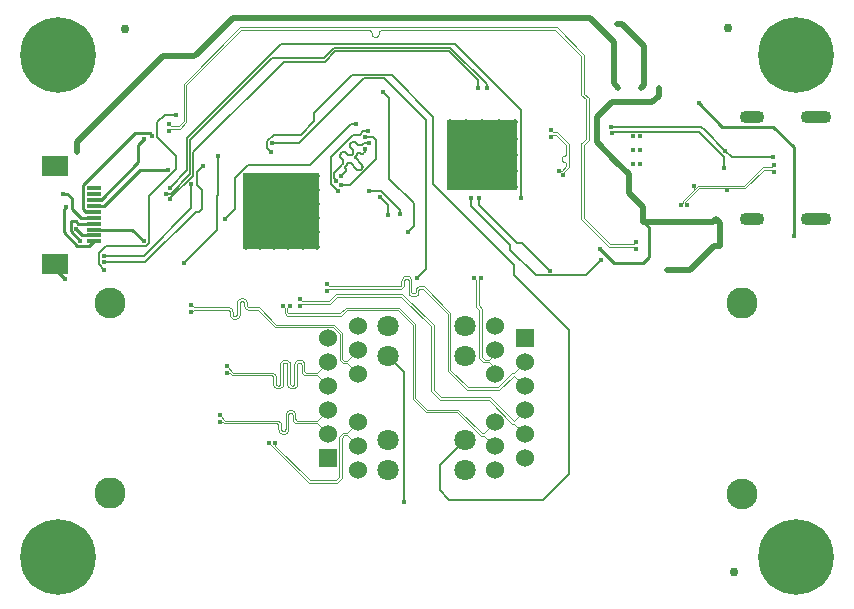
<source format=gbr>
G04 #@! TF.GenerationSoftware,KiCad,Pcbnew,5.99.0-unknown-r23941-4f651901*
G04 #@! TF.CreationDate,2020-11-30T00:39:53+01:00*
G04 #@! TF.ProjectId,whisperbounce,77686973-7065-4726-926f-756e63652e6b,rev?*
G04 #@! TF.SameCoordinates,Original*
G04 #@! TF.FileFunction,Copper,L4,Bot*
G04 #@! TF.FilePolarity,Positive*
%FSLAX46Y46*%
G04 Gerber Fmt 4.6, Leading zero omitted, Abs format (unit mm)*
G04 Created by KiCad (PCBNEW 5.99.0-unknown-r23941-4f651901) date 2020-11-30 00:39:53*
%MOMM*%
%LPD*%
G01*
G04 APERTURE LIST*
G04 #@! TA.AperFunction,ComponentPad*
%ADD10C,0.800000*%
G04 #@! TD*
G04 #@! TA.AperFunction,ComponentPad*
%ADD11C,6.400000*%
G04 #@! TD*
G04 #@! TA.AperFunction,ComponentPad*
%ADD12C,0.400000*%
G04 #@! TD*
G04 #@! TA.AperFunction,ComponentPad*
%ADD13C,0.500000*%
G04 #@! TD*
G04 #@! TA.AperFunction,SMDPad,CuDef*
%ADD14R,6.500000X6.500000*%
G04 #@! TD*
G04 #@! TA.AperFunction,SMDPad,CuDef*
%ADD15R,6.000000X6.000000*%
G04 #@! TD*
G04 #@! TA.AperFunction,ComponentPad*
%ADD16O,2.600000X1.100000*%
G04 #@! TD*
G04 #@! TA.AperFunction,ComponentPad*
%ADD17O,2.100000X1.100000*%
G04 #@! TD*
G04 #@! TA.AperFunction,ComponentPad*
%ADD18R,1.524000X1.524000*%
G04 #@! TD*
G04 #@! TA.AperFunction,ComponentPad*
%ADD19C,1.524000*%
G04 #@! TD*
G04 #@! TA.AperFunction,ComponentPad*
%ADD20C,1.800000*%
G04 #@! TD*
G04 #@! TA.AperFunction,ComponentPad*
%ADD21C,2.630000*%
G04 #@! TD*
G04 #@! TA.AperFunction,ComponentPad*
%ADD22C,2.610000*%
G04 #@! TD*
G04 #@! TA.AperFunction,SMDPad,CuDef*
%ADD23C,0.750000*%
G04 #@! TD*
G04 #@! TA.AperFunction,SMDPad,CuDef*
%ADD24R,1.300000X0.300000*%
G04 #@! TD*
G04 #@! TA.AperFunction,SMDPad,CuDef*
%ADD25R,2.200000X1.800000*%
G04 #@! TD*
G04 #@! TA.AperFunction,ViaPad*
%ADD26C,0.450000*%
G04 #@! TD*
G04 #@! TA.AperFunction,Conductor*
%ADD27C,0.250000*%
G04 #@! TD*
G04 #@! TA.AperFunction,Conductor*
%ADD28C,0.200000*%
G04 #@! TD*
G04 #@! TA.AperFunction,Conductor*
%ADD29C,0.500000*%
G04 #@! TD*
G04 #@! TA.AperFunction,Conductor*
%ADD30C,0.120000*%
G04 #@! TD*
G04 #@! TA.AperFunction,Conductor*
%ADD31C,0.150000*%
G04 #@! TD*
G04 #@! TA.AperFunction,Conductor*
%ADD32C,0.100000*%
G04 #@! TD*
G04 APERTURE END LIST*
D10*
G04 #@! TO.P,H4,1,1*
G04 #@! TO.N,Net-(H4-Pad1)*
X111350000Y-53750000D03*
X113750000Y-51350000D03*
X113750000Y-56150000D03*
X115447056Y-52052944D03*
X112052944Y-52052944D03*
X112052944Y-55447056D03*
X116150000Y-53750000D03*
X115447056Y-55447056D03*
D11*
X113750000Y-53750000D03*
G04 #@! TD*
D12*
G04 #@! TO.P,U2,31,EPAD*
G04 #@! TO.N,GND*
X162400000Y-60630000D03*
X163000000Y-63030000D03*
X163000000Y-61830000D03*
X163000000Y-60630000D03*
X162400000Y-61830000D03*
X162400000Y-63030000D03*
G04 #@! TD*
D13*
G04 #@! TO.P,U9,65,GND*
G04 #@! TO.N,GND*
X133250000Y-68800000D03*
X135650000Y-66400000D03*
X134450000Y-70000000D03*
X134450000Y-65200000D03*
X135650000Y-67600000D03*
X134450000Y-68800000D03*
X133250000Y-70000000D03*
X134450000Y-64000000D03*
X130850000Y-67600000D03*
X132050000Y-66400000D03*
X133250000Y-65200000D03*
X130850000Y-70000000D03*
X134450000Y-66400000D03*
X133250000Y-67600000D03*
X135650000Y-65200000D03*
X133250000Y-66400000D03*
X130850000Y-65200000D03*
X132050000Y-64000000D03*
X129650000Y-70000000D03*
X132050000Y-70000000D03*
X130850000Y-64000000D03*
X132050000Y-65200000D03*
D14*
X132650000Y-67000000D03*
D13*
X132050000Y-68800000D03*
X134450000Y-67600000D03*
X135650000Y-64000000D03*
X130850000Y-68800000D03*
X129650000Y-67600000D03*
X130850000Y-66400000D03*
X129650000Y-66400000D03*
X135650000Y-68800000D03*
X132050000Y-67600000D03*
X133250000Y-64000000D03*
X129650000Y-64000000D03*
X135650000Y-70000000D03*
X129650000Y-68800000D03*
X129650000Y-65200000D03*
G04 #@! TD*
G04 #@! TO.P,U6,65,GND*
G04 #@! TO.N,GND*
X151035000Y-60855000D03*
X146910000Y-62230000D03*
X146910000Y-63605000D03*
X148285000Y-64980000D03*
X152410000Y-59480000D03*
X152410000Y-64980000D03*
X152410000Y-60855000D03*
D15*
X149660000Y-62230000D03*
D13*
X146910000Y-59480000D03*
X151035000Y-62230000D03*
X146910000Y-64980000D03*
X149660000Y-64980000D03*
X148285000Y-60855000D03*
X152410000Y-63605000D03*
X148285000Y-59480000D03*
X151035000Y-64980000D03*
X148285000Y-62230000D03*
X149660000Y-63605000D03*
X148285000Y-63605000D03*
X149660000Y-62230000D03*
X149660000Y-59480000D03*
X151035000Y-59480000D03*
X152410000Y-62230000D03*
X151035000Y-63605000D03*
X146910000Y-60855000D03*
X149660000Y-60855000D03*
G04 #@! TD*
D10*
G04 #@! TO.P,H1,1,1*
G04 #@! TO.N,Net-(H1-Pad1)*
X173850000Y-53750000D03*
X177947056Y-55447056D03*
X176250000Y-51350000D03*
X174552944Y-55447056D03*
X178650000Y-53750000D03*
X177947056Y-52052944D03*
D11*
X176250000Y-53750000D03*
D10*
X174552944Y-52052944D03*
X176250000Y-56150000D03*
G04 #@! TD*
D16*
G04 #@! TO.P,J1,S1,SHIELD*
G04 #@! TO.N,GND*
X177890000Y-59060000D03*
D17*
X172530000Y-59060000D03*
X172530000Y-67700000D03*
D16*
X177890000Y-67700000D03*
G04 #@! TD*
D10*
G04 #@! TO.P,H3,1,1*
G04 #@! TO.N,Net-(H3-Pad1)*
X177947056Y-97947056D03*
X173850000Y-96250000D03*
X174552944Y-94552944D03*
D11*
X176250000Y-96250000D03*
D10*
X176250000Y-93850000D03*
X177947056Y-94552944D03*
X174552944Y-97947056D03*
X176250000Y-98650000D03*
X178650000Y-96250000D03*
G04 #@! TD*
D18*
G04 #@! TO.P,J3,1,MXCT3*
G04 #@! TO.N,Net-(C79-Pad2)*
X136590000Y-87900000D03*
D19*
G04 #@! TO.P,J3,2,MX3-*
G04 #@! TO.N,/ETH Switch/ETH0_C-*
X136590000Y-85868000D03*
G04 #@! TO.P,J3,3,MX3+*
G04 #@! TO.N,/ETH Switch/ETH0_C+*
X136590000Y-83836000D03*
G04 #@! TO.P,J3,4,MX2+*
G04 #@! TO.N,/ETH Switch/ETH0_B+*
X136590000Y-81804000D03*
G04 #@! TO.P,J3,5,MX2-*
G04 #@! TO.N,/ETH Switch/ETH0_B-*
X136590000Y-79772000D03*
G04 #@! TO.P,J3,6,MXCT2*
G04 #@! TO.N,Net-(C78-Pad2)*
X136590000Y-77740000D03*
G04 #@! TO.P,J3,7,MXCT4*
G04 #@! TO.N,Net-(C80-Pad2)*
X139130000Y-88916000D03*
G04 #@! TO.P,J3,8,MX4+*
G04 #@! TO.N,/ETH Switch/ETH0_D+*
X139130000Y-86884000D03*
G04 #@! TO.P,J3,9,MX4-*
G04 #@! TO.N,/ETH Switch/ETH0_D-*
X139130000Y-84852000D03*
G04 #@! TO.P,J3,10,MX1-*
G04 #@! TO.N,/ETH Switch/ETH0_A-*
X139130000Y-80788000D03*
G04 #@! TO.P,J3,11,MX1+*
G04 #@! TO.N,/ETH Switch/ETH0_A+*
X139130000Y-78756000D03*
G04 #@! TO.P,J3,12,MXCT1*
G04 #@! TO.N,Net-(C77-Pad2)*
X139130000Y-76724000D03*
D20*
G04 #@! TO.P,J3,13,LED2-*
G04 #@! TO.N,/ETH Switch/ETH0_LED1*
X141670000Y-88916000D03*
G04 #@! TO.P,J3,14,LED2+*
G04 #@! TO.N,Net-(J3-Pad14)*
X141670000Y-86376000D03*
G04 #@! TO.P,J3,15,LED1-*
G04 #@! TO.N,/ETH Switch/ETH0_LED0*
X141670000Y-79264000D03*
G04 #@! TO.P,J3,16,LED1+*
G04 #@! TO.N,Net-(J3-Pad16)*
X141670000Y-76724000D03*
D21*
G04 #@! TO.P,J3,SH*
G04 #@! TO.N,Net-(FB9-Pad2)*
X118175000Y-90884500D03*
D22*
X118175000Y-74755500D03*
G04 #@! TD*
D18*
G04 #@! TO.P,J4,1,MXCT3*
G04 #@! TO.N,Net-(C83-Pad2)*
X153240000Y-77770000D03*
D19*
G04 #@! TO.P,J4,2,MX3-*
G04 #@! TO.N,/ETH Switch/ETH1_C-*
X153240000Y-79802000D03*
G04 #@! TO.P,J4,3,MX3+*
G04 #@! TO.N,/ETH Switch/ETH1_C+*
X153240000Y-81834000D03*
G04 #@! TO.P,J4,4,MX2+*
G04 #@! TO.N,/ETH Switch/ETH1_B+*
X153240000Y-83866000D03*
G04 #@! TO.P,J4,5,MX2-*
G04 #@! TO.N,/ETH Switch/ETH1_B-*
X153240000Y-85898000D03*
G04 #@! TO.P,J4,6,MXCT2*
G04 #@! TO.N,Net-(C82-Pad2)*
X153240000Y-87930000D03*
G04 #@! TO.P,J4,7,MXCT4*
G04 #@! TO.N,Net-(C84-Pad2)*
X150700000Y-76754000D03*
G04 #@! TO.P,J4,8,MX4+*
G04 #@! TO.N,/ETH Switch/ETH1_D+*
X150700000Y-78786000D03*
G04 #@! TO.P,J4,9,MX4-*
G04 #@! TO.N,/ETH Switch/ETH1_D-*
X150700000Y-80818000D03*
G04 #@! TO.P,J4,10,MX1-*
G04 #@! TO.N,/ETH Switch/ETH1_A-*
X150700000Y-84882000D03*
G04 #@! TO.P,J4,11,MX1+*
G04 #@! TO.N,/ETH Switch/ETH1_A+*
X150700000Y-86914000D03*
G04 #@! TO.P,J4,12,MXCT1*
G04 #@! TO.N,Net-(C81-Pad2)*
X150700000Y-88946000D03*
D20*
G04 #@! TO.P,J4,13,LED2-*
G04 #@! TO.N,/ETH Switch/ETH1_LED1*
X148160000Y-76754000D03*
G04 #@! TO.P,J4,14,LED2+*
G04 #@! TO.N,Net-(J4-Pad14)*
X148160000Y-79294000D03*
G04 #@! TO.P,J4,15,LED1-*
G04 #@! TO.N,/ETH Switch/ETH1_LED0*
X148160000Y-86406000D03*
G04 #@! TO.P,J4,16,LED1+*
G04 #@! TO.N,Net-(J4-Pad16)*
X148160000Y-88946000D03*
D22*
G04 #@! TO.P,J4,SH*
G04 #@! TO.N,Net-(FB10-Pad2)*
X171655000Y-90914500D03*
D21*
X171655000Y-74785500D03*
G04 #@! TD*
D10*
G04 #@! TO.P,H2,1,1*
G04 #@! TO.N,Net-(H2-Pad1)*
X111350000Y-96250000D03*
X115447056Y-94552944D03*
X112052944Y-97947056D03*
X113750000Y-93850000D03*
X116150000Y-96250000D03*
X113750000Y-98650000D03*
X115447056Y-97947056D03*
D11*
X113750000Y-96250000D03*
D10*
X112052944Y-94552944D03*
G04 #@! TD*
D23*
G04 #@! TO.P,FID4,*
G04 #@! TO.N,*
X119370000Y-51530000D03*
G04 #@! TD*
G04 #@! TO.P,FID6,*
G04 #@! TO.N,*
X170450000Y-51500000D03*
G04 #@! TD*
D24*
G04 #@! TO.P,J2,1,Pin_1*
G04 #@! TO.N,+3V3*
X116750000Y-69550000D03*
G04 #@! TO.P,J2,2,Pin_2*
G04 #@! TO.N,/controller/TX*
X116750000Y-69050000D03*
G04 #@! TO.P,J2,3,Pin_3*
G04 #@! TO.N,GND*
X116750000Y-68550000D03*
G04 #@! TO.P,J2,4,Pin_4*
G04 #@! TO.N,/controller/RX*
X116750000Y-68050000D03*
G04 #@! TO.P,J2,5,Pin_5*
G04 #@! TO.N,/controller/RST*
X116750000Y-67550000D03*
G04 #@! TO.P,J2,6,Pin_6*
G04 #@! TO.N,/controller/SWD_CLK*
X116750000Y-67050000D03*
G04 #@! TO.P,J2,7,Pin_7*
G04 #@! TO.N,/controller/SWD_DIO*
X116750000Y-66550000D03*
G04 #@! TO.P,J2,8,Pin_8*
G04 #@! TO.N,/controller/SWD_SWO*
X116750000Y-66050000D03*
G04 #@! TO.P,J2,9*
G04 #@! TO.N,N/C*
X116750000Y-65550000D03*
G04 #@! TO.P,J2,10*
X116750000Y-65050000D03*
D25*
G04 #@! TO.P,J2,MP,MountPin*
G04 #@! TO.N,GND*
X113500000Y-63150000D03*
X113500000Y-71450000D03*
G04 #@! TD*
D23*
G04 #@! TO.P,FID5,*
G04 #@! TO.N,*
X170970000Y-97510000D03*
G04 #@! TD*
D26*
G04 #@! TO.N,GND*
X114350000Y-72750000D03*
X113095000Y-63675000D03*
X120995000Y-69525000D03*
G04 #@! TO.N,+5V*
X167970000Y-57840000D03*
X176010000Y-69120000D03*
G04 #@! TO.N,+3V3*
X163274093Y-67891593D03*
X169820000Y-69930000D03*
X161490000Y-51150000D03*
X115350000Y-61950000D03*
X161020000Y-62830000D03*
X164590000Y-56570000D03*
X143390000Y-68730000D03*
X161060000Y-51160000D03*
X159650000Y-70175000D03*
X163140000Y-56560000D03*
X162062677Y-65446545D03*
X161180000Y-56560000D03*
X125500000Y-53650000D03*
X165320000Y-71990000D03*
X169460000Y-67640000D03*
X114450000Y-66650000D03*
X141244202Y-56888546D03*
G04 #@! TO.N,/USB3_RX-*
X155460000Y-60695000D03*
X156135545Y-63585545D03*
G04 #@! TO.N,/USB3_RX+*
X156524455Y-63974455D03*
X155460000Y-60145000D03*
G04 #@! TO.N,/controller/RST*
X114154526Y-65500000D03*
G04 #@! TO.N,/~ETH_RST*
X123720000Y-58820000D03*
X117630000Y-71960000D03*
G04 #@! TO.N,/UFP_USB2_D-*
X174369721Y-63655000D03*
X167009224Y-66495882D03*
X170370401Y-65240363D03*
G04 #@! TO.N,/UFP_USB2_D+*
X167615144Y-64905946D03*
X166459224Y-66495882D03*
X174369721Y-63105000D03*
G04 #@! TO.N,/USB-C/CC2*
X170250000Y-61860000D03*
X174270000Y-62390000D03*
X160580000Y-59830000D03*
G04 #@! TO.N,/USB-C/CC1*
X160601982Y-60379563D03*
X170160000Y-63370000D03*
G04 #@! TO.N,/controller/SWD_SWO*
X121055343Y-60855343D03*
G04 #@! TO.N,/controller/SWD_DIO*
X123050000Y-63500000D03*
G04 #@! TO.N,/controller/SWD_CLK*
X121700000Y-60600000D03*
G04 #@! TO.N,/controller/RX*
X115600000Y-69500000D03*
G04 #@! TO.N,/controller/TX*
X115250000Y-68500000D03*
G04 #@! TO.N,/ETH Switch/ETH0_C-*
X127440000Y-84850000D03*
G04 #@! TO.N,/ETH Switch/ETH0_C+*
X127440000Y-84270000D03*
G04 #@! TO.N,/ETH Switch/ETH0_B+*
X128010000Y-80680000D03*
G04 #@! TO.N,/ETH Switch/ETH0_B-*
X128010000Y-80100000D03*
G04 #@! TO.N,/ETH Switch/ETH0_D+*
X131560000Y-86590000D03*
G04 #@! TO.N,/ETH Switch/ETH0_D-*
X132140000Y-86590000D03*
G04 #@! TO.N,/ETH Switch/ETH0_A-*
X125040000Y-75530000D03*
G04 #@! TO.N,/ETH Switch/ETH0_A+*
X125040000Y-74950000D03*
G04 #@! TO.N,/ETH Switch/ETH0_LED0*
X143020000Y-91600000D03*
G04 #@! TO.N,/ETH Switch/ETH1_C-*
X136490000Y-73170000D03*
G04 #@! TO.N,/ETH Switch/ETH1_C+*
X136490000Y-73750000D03*
G04 #@! TO.N,/ETH Switch/ETH1_B+*
X134200000Y-74410000D03*
G04 #@! TO.N,/ETH Switch/ETH1_B-*
X134200000Y-74990000D03*
G04 #@! TO.N,/ETH Switch/ETH1_D+*
X149520000Y-72680000D03*
G04 #@! TO.N,/ETH Switch/ETH1_D-*
X148940000Y-72680000D03*
G04 #@! TO.N,/ETH Switch/ETH1_A-*
X133340000Y-75010000D03*
G04 #@! TO.N,/ETH Switch/ETH1_A+*
X132760000Y-75010000D03*
G04 #@! TO.N,/ETH Switch/ETH1_LED1*
X144140000Y-72630000D03*
X131850000Y-61260000D03*
G04 #@! TO.N,/ETH Switch/ETH1_LED0*
X131783800Y-61943800D03*
G04 #@! TO.N,/RXD0*
X140082843Y-65282843D03*
X142675000Y-67200000D03*
G04 #@! TO.N,/RXD1*
X141004998Y-65800000D03*
X141700000Y-67305002D03*
G04 #@! TO.N,/TXD3*
X140000000Y-60240000D03*
X137420000Y-65270000D03*
G04 #@! TO.N,/TXD1*
X140060000Y-61240000D03*
X137298647Y-64398502D03*
G04 #@! TO.N,/TXD2*
X137686235Y-64788729D03*
X139690000Y-60730000D03*
G04 #@! TO.N,/TXD0*
X137690000Y-63990000D03*
X139690000Y-61750000D03*
G04 #@! TO.N,/uC_USB_D+*
X123100000Y-60175000D03*
X162650000Y-70195000D03*
G04 #@! TO.N,/uC_USB_D-*
X123100000Y-59625000D03*
X162650000Y-69645000D03*
G04 #@! TO.N,/USB ETH/EEPROM_CS*
X148725000Y-65900000D03*
X159750000Y-71125000D03*
G04 #@! TO.N,Net-(U5-Pad3)*
X149400000Y-65900000D03*
X155425000Y-72025000D03*
G04 #@! TO.N,/LAN_MDC*
X149310000Y-56530000D03*
X123240000Y-65980000D03*
G04 #@! TO.N,/LAN_MDIO*
X150030000Y-56540000D03*
X122920000Y-65500000D03*
G04 #@! TO.N,/~LAN_PHY_INT*
X123180000Y-65010000D03*
X152900000Y-65910000D03*
G04 #@! TO.N,/ETH_SDO*
X124419989Y-71390000D03*
X127306801Y-62296801D03*
G04 #@! TO.N,/ETH_SCL*
X117600452Y-70779548D03*
X125015617Y-64685638D03*
G04 #@! TO.N,/~ETH_SCS*
X126019675Y-63191062D03*
X117640000Y-71340000D03*
G04 #@! TO.N,/CLK_25M*
X138960000Y-59600000D03*
X127860000Y-67690000D03*
G04 #@! TD*
D27*
G04 #@! TO.N,GND*
X116750000Y-68550000D02*
X120020000Y-68550000D01*
X120020000Y-68550000D02*
X120995000Y-69525000D01*
X113500000Y-71450000D02*
X113500000Y-71900000D01*
X113500000Y-71900000D02*
X114350000Y-72750000D01*
G04 #@! TO.N,+5V*
X167970000Y-57840000D02*
X169965010Y-59835010D01*
X169965010Y-59835010D02*
X174291012Y-59835010D01*
X176010000Y-61553998D02*
X176010000Y-69120000D01*
X174291012Y-59835010D02*
X176010000Y-61553998D01*
D28*
G04 #@! TO.N,+3V3*
X141774999Y-57419343D02*
X141244202Y-56888546D01*
D27*
X163750000Y-68367500D02*
X163274093Y-67891593D01*
D28*
X143390000Y-68730000D02*
X143875001Y-68244999D01*
D29*
X159350000Y-59020000D02*
X159350000Y-61160000D01*
D27*
X114225001Y-68791003D02*
X114225001Y-66874999D01*
D29*
X125500000Y-53650000D02*
X125275001Y-53874999D01*
X163140000Y-56560000D02*
X163364999Y-56335001D01*
D27*
X114225001Y-66874999D02*
X114450000Y-66650000D01*
D28*
X143875001Y-68244999D02*
X143875001Y-66335001D01*
D29*
X169268998Y-69930000D02*
X169820000Y-69930000D01*
X162062677Y-65446545D02*
X162062677Y-63872677D01*
X161180000Y-56560000D02*
X160804999Y-56184999D01*
X165320000Y-71990000D02*
X167208998Y-71990000D01*
X161480000Y-51160000D02*
X161490000Y-51150000D01*
X125275001Y-53874999D02*
X122643999Y-53874999D01*
X169820000Y-68000000D02*
X169460000Y-67640000D01*
D27*
X163750000Y-70875000D02*
X163750000Y-68367500D01*
D29*
X128550000Y-50600000D02*
X125500000Y-53650000D01*
X162062677Y-63872677D02*
X161020000Y-62830000D01*
X160804999Y-56184999D02*
X160804999Y-53379999D01*
X164064999Y-57735001D02*
X164590000Y-57210000D01*
X115350000Y-61168998D02*
X115350000Y-61950000D01*
X161020000Y-62830000D02*
X159350000Y-61160000D01*
X122643999Y-53874999D02*
X115350000Y-61168998D01*
D27*
X115383999Y-69950001D02*
X114225001Y-68791003D01*
D29*
X164590000Y-57210000D02*
X164590000Y-56570000D01*
X163274093Y-67891593D02*
X163274093Y-66657961D01*
X163364999Y-53024999D02*
X161490000Y-51150000D01*
D28*
X143875001Y-66335001D02*
X141774999Y-64234999D01*
D27*
X160850000Y-71375000D02*
X163125000Y-71375000D01*
D29*
X160804999Y-53379999D02*
X160804999Y-52654999D01*
D28*
X141774999Y-64234999D02*
X141774999Y-57419343D01*
D29*
X163274093Y-66657961D02*
X162062677Y-65446545D01*
X169820000Y-69930000D02*
X169820000Y-68000000D01*
X161060000Y-51160000D02*
X161480000Y-51160000D01*
X160634999Y-57735001D02*
X159350000Y-59020000D01*
X160804999Y-52654999D02*
X158750000Y-50600000D01*
X169208407Y-67891593D02*
X169460000Y-67640000D01*
X158750000Y-50600000D02*
X128550000Y-50600000D01*
X167208998Y-71990000D02*
X169268998Y-69930000D01*
D27*
X159650000Y-70175000D02*
X160850000Y-71375000D01*
D29*
X163274093Y-67891593D02*
X169208407Y-67891593D01*
D27*
X163250000Y-71375000D02*
X163750000Y-70875000D01*
X116750000Y-69550000D02*
X116349999Y-69950001D01*
D29*
X163364999Y-56335001D02*
X163364999Y-53024999D01*
X164064999Y-57735001D02*
X160634999Y-57735001D01*
D27*
X116349999Y-69950001D02*
X115383999Y-69950001D01*
X163125000Y-71375000D02*
X163250000Y-71375000D01*
D30*
G04 #@! TO.N,/USB3_RX-*
X156381488Y-62505000D02*
X156386484Y-62460661D01*
X156494291Y-62325476D02*
X156536406Y-62310739D01*
X156780000Y-62106488D02*
X156780000Y-61425564D01*
X156760268Y-62918546D02*
X156736529Y-62880765D01*
X156625083Y-62810739D02*
X156536406Y-62800748D01*
X156368891Y-63585545D02*
X156780000Y-63174436D01*
X156424960Y-62380765D02*
X156456510Y-62349215D01*
X156401221Y-62418546D02*
X156424960Y-62380765D01*
X156536406Y-62310739D02*
X156625083Y-62300748D01*
X156736529Y-62230722D02*
X156760268Y-62192941D01*
X156780000Y-63005000D02*
X156775005Y-62960661D01*
X156536406Y-62800748D02*
X156494291Y-62786011D01*
X156667198Y-62286011D02*
X156704979Y-62262272D01*
X156780000Y-63174436D02*
X156780000Y-63005000D01*
X156135545Y-63585545D02*
X156368891Y-63585545D01*
X156456510Y-62349215D02*
X156494291Y-62325476D01*
X156401221Y-62692941D02*
X156386484Y-62650826D01*
X156775005Y-62150826D02*
X156780000Y-62106488D01*
X156736529Y-62880765D02*
X156704979Y-62849215D01*
X155884436Y-60530000D02*
X155625000Y-60530000D01*
X156667198Y-62825476D02*
X156625083Y-62810739D01*
X155625000Y-60530000D02*
X155460000Y-60695000D01*
X156386484Y-62650826D02*
X156381488Y-62606488D01*
X156760268Y-62192941D02*
X156775005Y-62150826D01*
X156494291Y-62786011D02*
X156456510Y-62762272D01*
X156780000Y-61425564D02*
X155884436Y-60530000D01*
X156381488Y-62606488D02*
X156381488Y-62505000D01*
X156456510Y-62762272D02*
X156424960Y-62730722D01*
X156424960Y-62730722D02*
X156401221Y-62692941D01*
X156704979Y-62262272D02*
X156736529Y-62230722D01*
X156625083Y-62300748D02*
X156667198Y-62286011D01*
X156775005Y-62960661D02*
X156760268Y-62918546D01*
X156386484Y-62460661D02*
X156401221Y-62418546D01*
X156704979Y-62849215D02*
X156667198Y-62825476D01*
G04 #@! TO.N,/USB3_RX+*
X155625000Y-60310000D02*
X155460000Y-60145000D01*
X156524455Y-63741109D02*
X157000000Y-63265564D01*
X157000000Y-61334436D02*
X155975564Y-60310000D01*
X155975564Y-60310000D02*
X155625000Y-60310000D01*
X156524455Y-63974455D02*
X156524455Y-63741109D01*
X157000000Y-63265564D02*
X157000000Y-61334436D01*
D27*
G04 #@! TO.N,/controller/RST*
X116750000Y-67550000D02*
X115650000Y-67550000D01*
X115650000Y-67550000D02*
X114900001Y-66800001D01*
X114900001Y-65863999D02*
X114536002Y-65500000D01*
X114900001Y-66800001D02*
X114900001Y-65863999D01*
X114536002Y-65500000D02*
X114154526Y-65500000D01*
D28*
G04 #@! TO.N,/~ETH_RST*
X117175451Y-71505451D02*
X117175451Y-70575547D01*
X122760000Y-58820000D02*
X123720000Y-58820000D01*
X123770001Y-62300001D02*
X122150000Y-60680000D01*
X121474999Y-65704003D02*
X123770001Y-63409001D01*
X121474999Y-69674003D02*
X121474999Y-65704003D01*
X122150000Y-59430000D02*
X122760000Y-58820000D01*
X117800997Y-69950001D02*
X121199001Y-69950001D01*
X122150000Y-60680000D02*
X122150000Y-59430000D01*
X117175451Y-70575547D02*
X117800997Y-69950001D01*
X121199001Y-69950001D02*
X121474999Y-69674003D01*
X117630000Y-71960000D02*
X117175451Y-71505451D01*
X123770001Y-63409001D02*
X123770001Y-62300001D01*
D30*
G04 #@! TO.N,/UFP_USB2_D-*
X171935564Y-65070000D02*
X170240000Y-65070000D01*
X170370401Y-65240363D02*
X170240000Y-65109962D01*
X167995564Y-65070000D02*
X166844224Y-66221340D01*
X173515564Y-63490000D02*
X171935564Y-65070000D01*
X170240000Y-65109962D02*
X170240000Y-65070000D01*
X166844224Y-66330882D02*
X167009224Y-66495882D01*
X170240000Y-65070000D02*
X167995564Y-65070000D01*
X166844224Y-66221340D02*
X166844224Y-66330882D01*
X174204721Y-63490000D02*
X173515564Y-63490000D01*
X174369721Y-63655000D02*
X174204721Y-63490000D01*
G04 #@! TO.N,/UFP_USB2_D+*
X166624224Y-66330882D02*
X166459224Y-66495882D01*
X167615144Y-64905946D02*
X167615144Y-65085144D01*
X173424436Y-63270000D02*
X171844436Y-64850000D01*
X174369721Y-63105000D02*
X174204721Y-63270000D01*
X167904436Y-64850000D02*
X167642218Y-65112218D01*
X166624224Y-66130212D02*
X166624224Y-66330882D01*
X167642218Y-65112218D02*
X166624224Y-66130212D01*
X174204721Y-63270000D02*
X173424436Y-63270000D01*
X167615144Y-65085144D02*
X167642218Y-65112218D01*
X171844436Y-64850000D02*
X167904436Y-64850000D01*
D31*
G04 #@! TO.N,/USB-C/CC2*
X170250000Y-61860000D02*
X168480000Y-60090000D01*
X168220000Y-59830000D02*
X160580000Y-59830000D01*
X170780000Y-62390000D02*
X170250000Y-61860000D01*
X174270000Y-62390000D02*
X170780000Y-62390000D01*
X168480000Y-60090000D02*
X168220000Y-59830000D01*
G04 #@! TO.N,/USB-C/CC1*
X168130010Y-60340010D02*
X168044999Y-60254999D01*
X168044999Y-60254999D02*
X160726546Y-60254999D01*
X170160000Y-62370000D02*
X168130010Y-60340010D01*
X170160000Y-63370000D02*
X170160000Y-62370000D01*
X160726546Y-60254999D02*
X160601982Y-60379563D01*
D27*
G04 #@! TO.N,/controller/SWD_SWO*
X120550000Y-61360686D02*
X121055343Y-60855343D01*
X116750000Y-66050000D02*
X117368214Y-66050000D01*
X120550000Y-62868214D02*
X120550000Y-61360686D01*
X117368214Y-66050000D02*
X120550000Y-62868214D01*
G04 #@! TO.N,/controller/SWD_DIO*
X117600000Y-66550000D02*
X120650000Y-63500000D01*
X120650000Y-63500000D02*
X123050000Y-63500000D01*
X116750000Y-66550000D02*
X117600000Y-66550000D01*
G04 #@! TO.N,/controller/SWD_CLK*
X116750000Y-67050000D02*
X116131786Y-67050000D01*
X116131786Y-67050000D02*
X115874990Y-66793204D01*
X121505342Y-60405342D02*
X121700000Y-60600000D01*
X115874990Y-66793204D02*
X115874990Y-64806796D01*
X120276444Y-60405342D02*
X121505342Y-60405342D01*
X115874990Y-64806796D02*
X120276444Y-60405342D01*
G04 #@! TO.N,/controller/RX*
X114799999Y-67850001D02*
X115266003Y-67850001D01*
X114799999Y-68699999D02*
X114799999Y-67850001D01*
X115266003Y-67850001D02*
X115466002Y-68050000D01*
X115600000Y-69500000D02*
X114799999Y-68699999D01*
X115466002Y-68050000D02*
X116750000Y-68050000D01*
G04 #@! TO.N,/controller/TX*
X115250000Y-68500000D02*
X115800000Y-69050000D01*
X115800000Y-69050000D02*
X116750000Y-69050000D01*
D32*
G04 #@! TO.N,/ETH Switch/ETH0_C-*
X133222196Y-85549341D02*
X133193276Y-85631988D01*
X132402000Y-85152000D02*
X132397361Y-85110834D01*
X136590000Y-85868000D02*
X135689000Y-84967000D01*
X133084777Y-85768042D02*
X133010637Y-85814627D01*
X133993019Y-84967000D02*
X133906009Y-84957196D01*
X132840980Y-85853350D02*
X132793019Y-85853350D01*
X133146691Y-85706128D02*
X133084777Y-85768042D01*
X132440723Y-85631988D02*
X132411803Y-85549341D01*
X133336731Y-84098970D02*
X133301654Y-84121011D01*
X133417000Y-84080650D02*
X133375833Y-84085288D01*
X133532345Y-84121011D02*
X133497268Y-84098970D01*
X132927990Y-85843547D02*
X132840980Y-85853350D01*
X132383679Y-85071732D02*
X132361638Y-85036655D01*
X133823362Y-84928276D02*
X133749222Y-84881691D01*
X133236638Y-84224483D02*
X133232000Y-84265650D01*
X132549222Y-85768042D02*
X132487308Y-85706128D01*
X133561638Y-84150304D02*
X133532345Y-84121011D01*
X132258166Y-84971639D02*
X132217000Y-84967000D01*
X133602000Y-84575980D02*
X133602000Y-84265650D01*
X132297268Y-84985321D02*
X132258166Y-84971639D01*
X133583679Y-84185381D02*
X133561638Y-84150304D01*
X127811730Y-84967000D02*
X127694730Y-84850000D01*
X133375833Y-84085288D02*
X133336731Y-84098970D01*
X132217000Y-84967000D02*
X127811730Y-84967000D01*
X133193276Y-85631988D02*
X133146691Y-85706128D01*
X133749222Y-84881691D02*
X133687308Y-84819777D01*
X133232000Y-85462331D02*
X133222196Y-85549341D01*
X132332345Y-85007362D02*
X132297268Y-84985321D01*
X133906009Y-84957196D02*
X133823362Y-84928276D01*
X135689000Y-84967000D02*
X133993019Y-84967000D01*
X132706009Y-85843547D02*
X132623362Y-85814627D01*
X132793019Y-85853350D02*
X132706009Y-85843547D01*
X132487308Y-85706128D02*
X132440723Y-85631988D01*
X133301654Y-84121011D02*
X133272361Y-84150304D01*
X132397361Y-85110834D02*
X132383679Y-85071732D01*
X132411803Y-85549341D02*
X132402000Y-85462331D01*
X133232000Y-84265650D02*
X133232000Y-85462331D01*
X133250320Y-84185381D02*
X133236638Y-84224483D01*
X132361638Y-85036655D02*
X132332345Y-85007362D01*
X133687308Y-84819777D02*
X133640723Y-84745637D01*
X132623362Y-85814627D02*
X132549222Y-85768042D01*
X133597361Y-84224483D02*
X133583679Y-84185381D01*
X133602000Y-84265650D02*
X133597361Y-84224483D01*
X133497268Y-84098970D02*
X133458166Y-84085288D01*
X132402000Y-85462331D02*
X132402000Y-85152000D01*
X133611803Y-84662990D02*
X133602000Y-84575980D01*
X133272361Y-84150304D02*
X133250320Y-84185381D01*
X133010637Y-85814627D02*
X132927990Y-85843547D01*
X133458166Y-84085288D02*
X133417000Y-84080650D01*
X133640723Y-84745637D02*
X133611803Y-84662990D01*
X127694730Y-84850000D02*
X127440000Y-84850000D01*
G04 #@! TO.N,/ETH Switch/ETH0_C+*
X133872361Y-84667345D02*
X133850320Y-84632268D01*
X133002000Y-85438350D02*
X132997361Y-85479517D01*
X132546691Y-84884223D02*
X132484777Y-84822309D01*
X133087308Y-83997872D02*
X133040723Y-84072012D01*
X133793276Y-84072012D02*
X133746691Y-83997872D01*
X132410637Y-84775724D02*
X132327990Y-84746804D01*
X133040723Y-84072012D02*
X133011803Y-84154659D01*
X133684777Y-83935958D02*
X133610637Y-83889373D01*
X133832000Y-84241669D02*
X133822196Y-84154659D01*
X132997361Y-85479517D02*
X132983679Y-85518619D01*
X134017000Y-84737000D02*
X133975833Y-84732361D01*
X133011803Y-84154659D02*
X133002000Y-84241669D01*
X132327990Y-84746804D02*
X132240980Y-84737000D01*
X136590000Y-83836000D02*
X135689000Y-84737000D01*
X132983679Y-85518619D02*
X132961638Y-85553696D01*
X133746691Y-83997872D02*
X133684777Y-83935958D01*
X133901654Y-84696638D02*
X133872361Y-84667345D01*
X132932345Y-85582989D02*
X132897268Y-85605030D01*
X132240980Y-84737000D02*
X127907000Y-84737000D01*
X132817000Y-85623350D02*
X132775833Y-85618712D01*
X132622196Y-85041010D02*
X132593276Y-84958363D01*
X133836638Y-84593166D02*
X133832000Y-84552000D01*
X133975833Y-84732361D02*
X133936731Y-84718679D01*
X135689000Y-84737000D02*
X134017000Y-84737000D01*
X133610637Y-83889373D02*
X133527990Y-83860453D01*
X132736731Y-85605030D02*
X132701654Y-85582989D01*
X132897268Y-85605030D02*
X132858166Y-85618712D01*
X133850320Y-84632268D02*
X133836638Y-84593166D01*
X132632000Y-85128020D02*
X132622196Y-85041010D01*
X127907000Y-84737000D02*
X127440000Y-84270000D01*
X133223362Y-83889373D02*
X133149222Y-83935958D01*
X133822196Y-84154659D02*
X133793276Y-84072012D01*
X133527990Y-83860453D02*
X133440980Y-83850650D01*
X133936731Y-84718679D02*
X133901654Y-84696638D01*
X132636638Y-85479517D02*
X132632000Y-85438350D01*
X133306009Y-83860453D02*
X133223362Y-83889373D01*
X133393019Y-83850650D02*
X133306009Y-83860453D01*
X132650320Y-85518619D02*
X132636638Y-85479517D01*
X132672361Y-85553696D02*
X132650320Y-85518619D01*
X133149222Y-83935958D02*
X133087308Y-83997872D01*
X133002000Y-84241669D02*
X133002000Y-85438350D01*
X132961638Y-85553696D02*
X132932345Y-85582989D01*
X133832000Y-84552000D02*
X133832000Y-84241669D01*
X133440980Y-83850650D02*
X133393019Y-83850650D01*
X132593276Y-84958363D02*
X132546691Y-84884223D01*
X132858166Y-85618712D02*
X132817000Y-85623350D01*
X132632000Y-85438350D02*
X132632000Y-85128020D01*
X132484777Y-84822309D02*
X132410637Y-84775724D01*
X132701654Y-85582989D02*
X132672361Y-85553696D01*
X132775833Y-85618712D02*
X132736731Y-85605030D01*
G04 #@! TO.N,/ETH Switch/ETH0_B+*
X134006320Y-79918309D02*
X133992638Y-79957411D01*
X132349019Y-81992422D02*
X132262009Y-81982619D01*
X133988000Y-79998578D02*
X133988000Y-81601403D01*
X134579362Y-80864276D02*
X134505222Y-80817691D01*
X133596980Y-81992422D02*
X133549019Y-81992422D01*
X132749276Y-81771060D02*
X132702691Y-81845200D01*
X134358000Y-80511980D02*
X134358000Y-79998578D01*
X133153361Y-79957411D02*
X133139679Y-79918309D01*
X134214166Y-79818216D02*
X134173000Y-79813578D01*
X132043308Y-81845200D02*
X131996723Y-81771060D01*
X132828361Y-79883232D02*
X132806320Y-79918309D01*
X133196723Y-81771060D02*
X133167803Y-81688413D01*
X131773000Y-80903000D02*
X128487730Y-80903000D01*
X133088345Y-79853939D02*
X133053268Y-79831898D01*
X132483990Y-81982619D02*
X132396980Y-81992422D01*
X134131833Y-79818216D02*
X134092731Y-79831898D01*
X131917638Y-80972655D02*
X131888345Y-80943362D01*
X134505222Y-80817691D02*
X134443308Y-80755777D01*
X133992638Y-79957411D02*
X133988000Y-79998578D01*
X131939679Y-81007732D02*
X131917638Y-80972655D01*
X134339679Y-79918309D02*
X134317638Y-79883232D01*
X133139679Y-79918309D02*
X133117638Y-79883232D01*
X132788000Y-81601403D02*
X132778196Y-81688413D01*
X134288345Y-79853939D02*
X134253268Y-79831898D01*
X134443308Y-80755777D02*
X134396723Y-80681637D01*
X134749019Y-80903000D02*
X134662009Y-80893196D01*
X131996723Y-81771060D02*
X131967803Y-81688413D01*
X133902691Y-81845200D02*
X133840777Y-81907114D01*
X133988000Y-81601403D02*
X133978196Y-81688413D01*
X133840777Y-81907114D02*
X133766637Y-81953699D01*
X132179362Y-81953699D02*
X132105222Y-81907114D01*
X134367803Y-80598990D02*
X134358000Y-80511980D01*
X134396723Y-80681637D02*
X134367803Y-80598990D01*
X133305222Y-81907114D02*
X133243308Y-81845200D01*
X128487730Y-80903000D02*
X128264730Y-80680000D01*
X132788000Y-79998578D02*
X132788000Y-81601403D01*
X131888345Y-80943362D02*
X131853268Y-80921321D01*
X131814166Y-80907639D02*
X131773000Y-80903000D01*
X132566637Y-81953699D02*
X132483990Y-81982619D01*
X132105222Y-81907114D02*
X132043308Y-81845200D01*
X134353361Y-79957411D02*
X134339679Y-79918309D01*
X134317638Y-79883232D02*
X134288345Y-79853939D01*
X133117638Y-79883232D02*
X133088345Y-79853939D01*
X134092731Y-79831898D02*
X134057654Y-79853939D01*
X132931833Y-79818216D02*
X132892731Y-79831898D01*
X133549019Y-81992422D02*
X133462009Y-81982619D01*
X132857654Y-79853939D02*
X132828361Y-79883232D01*
X133158000Y-79998578D02*
X133153361Y-79957411D01*
X133462009Y-81982619D02*
X133379362Y-81953699D01*
X128264730Y-80680000D02*
X128010000Y-80680000D01*
X133014166Y-79818216D02*
X132973000Y-79813578D01*
X134057654Y-79853939D02*
X134028361Y-79883232D01*
X132806320Y-79918309D02*
X132792638Y-79957411D01*
X133243308Y-81845200D02*
X133196723Y-81771060D01*
X131958000Y-81601403D02*
X131958000Y-81088000D01*
X134173000Y-79813578D02*
X134131833Y-79818216D01*
X132702691Y-81845200D02*
X132640777Y-81907114D01*
X133978196Y-81688413D02*
X133949276Y-81771060D01*
X136590000Y-81804000D02*
X135689000Y-80903000D01*
X132396980Y-81992422D02*
X132349019Y-81992422D01*
X132262009Y-81982619D02*
X132179362Y-81953699D01*
X134253268Y-79831898D02*
X134214166Y-79818216D01*
X134662009Y-80893196D02*
X134579362Y-80864276D01*
X133949276Y-81771060D02*
X133902691Y-81845200D01*
X132973000Y-79813578D02*
X132931833Y-79818216D01*
X132640777Y-81907114D02*
X132566637Y-81953699D01*
X133158000Y-81601403D02*
X133158000Y-79998578D01*
X132778196Y-81688413D02*
X132749276Y-81771060D01*
X134028361Y-79883232D02*
X134006320Y-79918309D01*
X135689000Y-80903000D02*
X134749019Y-80903000D01*
X134358000Y-79998578D02*
X134353361Y-79957411D01*
X132792638Y-79957411D02*
X132788000Y-79998578D01*
X133053268Y-79831898D02*
X133014166Y-79818216D01*
X131953361Y-81046834D02*
X131939679Y-81007732D01*
X133766637Y-81953699D02*
X133683990Y-81982619D01*
X133167803Y-81688413D02*
X133158000Y-81601403D01*
X131853268Y-80921321D02*
X131814166Y-80907639D01*
X133683990Y-81982619D02*
X133596980Y-81992422D01*
X131958000Y-81088000D02*
X131953361Y-81046834D01*
X132892731Y-79831898D02*
X132857654Y-79853939D01*
X131967803Y-81688413D02*
X131958000Y-81601403D01*
X133379362Y-81953699D02*
X133305222Y-81907114D01*
G04 #@! TO.N,/ETH Switch/ETH0_B-*
X133392638Y-81618589D02*
X133388000Y-81577422D01*
X133388000Y-79974597D02*
X133378196Y-79887587D01*
X134440777Y-79668886D02*
X134366637Y-79622301D01*
X133240777Y-79668886D02*
X133166637Y-79622301D01*
X132517638Y-81692768D02*
X132488345Y-81722061D01*
X132596723Y-79804940D02*
X132567803Y-79887587D01*
X132558000Y-79974597D02*
X132558000Y-81577422D01*
X132949019Y-79583578D02*
X132862009Y-79593381D01*
X133349276Y-79804940D02*
X133302691Y-79730800D01*
X132257654Y-81722061D02*
X132228361Y-81692768D01*
X136590000Y-79772000D02*
X135689000Y-80673000D01*
X128583000Y-80673000D02*
X128010000Y-80100000D01*
X131796980Y-80673000D02*
X128583000Y-80673000D01*
X132558000Y-81577422D02*
X132553361Y-81618589D01*
X132040777Y-80758309D02*
X131966637Y-80711724D01*
X133614166Y-81757784D02*
X133573000Y-81762422D01*
X134502691Y-79730800D02*
X134440777Y-79668886D01*
X134606320Y-80568268D02*
X134592638Y-80529166D01*
X133653268Y-81744102D02*
X133614166Y-81757784D01*
X133753361Y-81618589D02*
X133739679Y-81657691D01*
X133905222Y-79668886D02*
X133843308Y-79730800D01*
X133758000Y-81577422D02*
X133753361Y-81618589D01*
X134549276Y-79804940D02*
X134502691Y-79730800D01*
X132373000Y-81762422D02*
X132331833Y-81757784D01*
X133492731Y-81744102D02*
X133457654Y-81722061D01*
X133531833Y-81757784D02*
X133492731Y-81744102D01*
X134692731Y-80654679D02*
X134657654Y-80632638D01*
X132488345Y-81722061D02*
X132453268Y-81744102D01*
X132188000Y-81064020D02*
X132178196Y-80977010D01*
X134628361Y-80603345D02*
X134606320Y-80568268D01*
X132149276Y-80894363D02*
X132102691Y-80820223D01*
X132192638Y-81618589D02*
X132188000Y-81577422D01*
X134773000Y-80673000D02*
X134731833Y-80668361D01*
X133378196Y-79887587D02*
X133349276Y-79804940D01*
X132292731Y-81744102D02*
X132257654Y-81722061D01*
X133166637Y-79622301D02*
X133083990Y-79593381D01*
X134196980Y-79583578D02*
X134149019Y-79583578D01*
X133979362Y-79622301D02*
X133905222Y-79668886D01*
X133767803Y-79887587D02*
X133758000Y-79974597D01*
X132862009Y-79593381D02*
X132779362Y-79622301D01*
X132206320Y-81657691D02*
X132192638Y-81618589D01*
X133406320Y-81657691D02*
X133392638Y-81618589D01*
X134657654Y-80632638D02*
X134628361Y-80603345D01*
X133796723Y-79804940D02*
X133767803Y-79887587D01*
X133083990Y-79593381D02*
X132996980Y-79583578D01*
X133388000Y-81577422D02*
X133388000Y-79974597D01*
X133302691Y-79730800D02*
X133240777Y-79668886D01*
X134588000Y-79974597D02*
X134578196Y-79887587D01*
X131966637Y-80711724D02*
X131883990Y-80682804D01*
X134062009Y-79593381D02*
X133979362Y-79622301D01*
X133428361Y-81692768D02*
X133406320Y-81657691D01*
X134283990Y-79593381D02*
X134196980Y-79583578D01*
X134149019Y-79583578D02*
X134062009Y-79593381D01*
X132228361Y-81692768D02*
X132206320Y-81657691D01*
X133758000Y-79974597D02*
X133758000Y-81577422D01*
X132996980Y-79583578D02*
X132949019Y-79583578D01*
X133717638Y-81692768D02*
X133688345Y-81722061D01*
X133573000Y-81762422D02*
X133531833Y-81757784D01*
X134366637Y-79622301D02*
X134283990Y-79593381D01*
X134588000Y-80488000D02*
X134588000Y-79974597D01*
X131883990Y-80682804D02*
X131796980Y-80673000D01*
X132178196Y-80977010D02*
X132149276Y-80894363D01*
X133843308Y-79730800D02*
X133796723Y-79804940D01*
X132331833Y-81757784D02*
X132292731Y-81744102D01*
X134731833Y-80668361D02*
X134692731Y-80654679D01*
X132414166Y-81757784D02*
X132373000Y-81762422D01*
X132553361Y-81618589D02*
X132539679Y-81657691D01*
X132188000Y-81577422D02*
X132188000Y-81064020D01*
X133688345Y-81722061D02*
X133653268Y-81744102D01*
X132453268Y-81744102D02*
X132414166Y-81757784D01*
X133739679Y-81657691D02*
X133717638Y-81692768D01*
X132102691Y-80820223D02*
X132040777Y-80758309D01*
X132705222Y-79668886D02*
X132643308Y-79730800D01*
X132567803Y-79887587D02*
X132558000Y-79974597D01*
X133457654Y-81722061D02*
X133428361Y-81692768D01*
X134578196Y-79887587D02*
X134549276Y-79804940D01*
X134592638Y-80529166D02*
X134588000Y-80488000D01*
X132539679Y-81657691D02*
X132517638Y-81692768D01*
X135689000Y-80673000D02*
X134773000Y-80673000D01*
X132779362Y-79622301D02*
X132705222Y-79668886D01*
X132643308Y-79730800D02*
X132596723Y-79804940D01*
G04 #@! TO.N,/ETH Switch/ETH0_D+*
X138229000Y-85983000D02*
X139130000Y-86884000D01*
X137785000Y-86177636D02*
X137979636Y-85983000D01*
X137347636Y-90025000D02*
X137785000Y-89587636D01*
X134995000Y-90025000D02*
X137347636Y-90025000D01*
X131560000Y-86590000D02*
X134995000Y-90025000D01*
X137785000Y-89587636D02*
X137785000Y-86177636D01*
X137979636Y-85983000D02*
X138229000Y-85983000D01*
G04 #@! TO.N,/ETH Switch/ETH0_D-*
X138229000Y-85753000D02*
X139130000Y-84852000D01*
X137252364Y-89795000D02*
X137555000Y-89492364D01*
X137555000Y-86082364D02*
X137884364Y-85753000D01*
X137555000Y-89492364D02*
X137555000Y-86082364D01*
X132140000Y-86844730D02*
X135090270Y-89795000D01*
X137884364Y-85753000D02*
X138229000Y-85753000D01*
X135090270Y-89795000D02*
X137252364Y-89795000D01*
X132140000Y-86590000D02*
X132140000Y-86844730D01*
G04 #@! TO.N,/ETH Switch/ETH0_A-*
X129420345Y-74647759D02*
X129385268Y-74625718D01*
X129449638Y-74677052D02*
X129420345Y-74647759D01*
X128290000Y-75540000D02*
X128285361Y-75498834D01*
X129346166Y-74612036D02*
X129305000Y-74607398D01*
X129711362Y-75316276D02*
X129637222Y-75269691D01*
X128185268Y-75373321D02*
X128146166Y-75359639D01*
X128249638Y-75424655D02*
X128220345Y-75395362D01*
X129490000Y-74792398D02*
X129485361Y-74751231D01*
X129138320Y-74712129D02*
X129124638Y-74751231D01*
X128594009Y-76092799D02*
X128511362Y-76063879D01*
X137595000Y-77367636D02*
X137052364Y-76825000D01*
X138229000Y-79887000D02*
X137884364Y-79887000D01*
X125215000Y-75355000D02*
X125040000Y-75530000D01*
X129224731Y-74625718D02*
X129189654Y-74647759D01*
X129485361Y-74751231D02*
X129471679Y-74712129D01*
X128437222Y-76017294D02*
X128375308Y-75955380D01*
X129471679Y-74712129D02*
X129449638Y-74677052D01*
X128898637Y-76063879D02*
X128815990Y-76092799D01*
X129575308Y-75207777D02*
X129528723Y-75133637D01*
X137595000Y-79597636D02*
X137595000Y-77367636D01*
X129637222Y-75269691D02*
X129575308Y-75207777D01*
X137884364Y-79887000D02*
X137595000Y-79597636D01*
X128815990Y-76092799D02*
X128728980Y-76102602D01*
X129124638Y-74751231D02*
X129120000Y-74792398D01*
X128105000Y-75355000D02*
X125215000Y-75355000D01*
X128146166Y-75359639D02*
X128105000Y-75355000D01*
X128728980Y-76102602D02*
X128681019Y-76102602D01*
X132122364Y-76825000D02*
X130652364Y-75355000D01*
X128375308Y-75955380D02*
X128328723Y-75881240D01*
X129305000Y-74607398D02*
X129263833Y-74612036D01*
X129120000Y-75711583D02*
X129110196Y-75798593D01*
X129160361Y-74677052D02*
X129138320Y-74712129D01*
X139130000Y-80788000D02*
X138229000Y-79887000D01*
X129528723Y-75133637D02*
X129499803Y-75050990D01*
X129385268Y-74625718D02*
X129346166Y-74612036D01*
X129490000Y-74963980D02*
X129490000Y-74792398D01*
X128972777Y-76017294D02*
X128898637Y-76063879D01*
X129110196Y-75798593D02*
X129081276Y-75881240D01*
X137052364Y-76825000D02*
X132122364Y-76825000D01*
X128681019Y-76102602D02*
X128594009Y-76092799D01*
X129120000Y-74792398D02*
X129120000Y-75711583D01*
X128220345Y-75395362D02*
X128185268Y-75373321D01*
X129081276Y-75881240D02*
X129034691Y-75955380D01*
X130652364Y-75355000D02*
X129881019Y-75355000D01*
X128290000Y-75711583D02*
X128290000Y-75540000D01*
X128328723Y-75881240D02*
X128299803Y-75798593D01*
X128299803Y-75798593D02*
X128290000Y-75711583D01*
X129034691Y-75955380D02*
X128972777Y-76017294D01*
X129794009Y-75345196D02*
X129711362Y-75316276D01*
X129189654Y-74647759D02*
X129160361Y-74677052D01*
X129263833Y-74612036D02*
X129224731Y-74625718D01*
X129499803Y-75050990D02*
X129490000Y-74963980D01*
X128511362Y-76063879D02*
X128437222Y-76017294D01*
X128271679Y-75459732D02*
X128249638Y-75424655D01*
X128285361Y-75498834D02*
X128271679Y-75459732D01*
X129881019Y-75355000D02*
X129794009Y-75345196D01*
G04 #@! TO.N,/ETH Switch/ETH0_A+*
X129498637Y-74416121D02*
X129415990Y-74387201D01*
X128510196Y-75429010D02*
X128481276Y-75346363D01*
X129037222Y-74462706D02*
X128975308Y-74524620D01*
X128520000Y-75516020D02*
X128510196Y-75429010D01*
X137979636Y-79657000D02*
X137825000Y-79502364D01*
X129738320Y-75020268D02*
X129724638Y-74981166D01*
X128560361Y-75802948D02*
X128538320Y-75767871D01*
X139130000Y-78756000D02*
X138229000Y-79657000D01*
X128624731Y-75854282D02*
X128589654Y-75832241D01*
X129634691Y-74524620D02*
X129572777Y-74462706D01*
X125215000Y-75125000D02*
X125040000Y-74950000D01*
X128434691Y-75272223D02*
X128372777Y-75210309D01*
X128746166Y-75867964D02*
X128705000Y-75872602D01*
X129328980Y-74377398D02*
X129281019Y-74377398D01*
X129720000Y-74940000D02*
X129720000Y-74768417D01*
X128663833Y-75867964D02*
X128624731Y-75854282D01*
X129194009Y-74387201D02*
X129111362Y-74416121D01*
X137147636Y-76595000D02*
X132217636Y-76595000D01*
X138229000Y-79657000D02*
X137979636Y-79657000D01*
X129572777Y-74462706D02*
X129498637Y-74416121D01*
X128849638Y-75802948D02*
X128820345Y-75832241D01*
X128890000Y-74768417D02*
X128890000Y-75687602D01*
X129760361Y-75055345D02*
X129738320Y-75020268D01*
X128890000Y-75687602D02*
X128885361Y-75728769D01*
X128885361Y-75728769D02*
X128871679Y-75767871D01*
X128928723Y-74598760D02*
X128899803Y-74681407D01*
X128705000Y-75872602D02*
X128663833Y-75867964D01*
X129863833Y-75120361D02*
X129824731Y-75106679D01*
X129905000Y-75125000D02*
X129863833Y-75120361D01*
X129720000Y-74768417D02*
X129710196Y-74681407D01*
X128871679Y-75767871D02*
X128849638Y-75802948D01*
X132217636Y-76595000D02*
X130747636Y-75125000D01*
X128298637Y-75163724D02*
X128215990Y-75134804D01*
X128975308Y-74524620D02*
X128928723Y-74598760D01*
X129681276Y-74598760D02*
X129634691Y-74524620D01*
X128372777Y-75210309D02*
X128298637Y-75163724D01*
X128538320Y-75767871D02*
X128524638Y-75728769D01*
X128520000Y-75687602D02*
X128520000Y-75516020D01*
X128589654Y-75832241D02*
X128560361Y-75802948D01*
X129710196Y-74681407D02*
X129681276Y-74598760D01*
X129724638Y-74981166D02*
X129720000Y-74940000D01*
X128524638Y-75728769D02*
X128520000Y-75687602D01*
X129824731Y-75106679D02*
X129789654Y-75084638D01*
X137825000Y-77272364D02*
X137147636Y-76595000D01*
X128481276Y-75346363D02*
X128434691Y-75272223D01*
X137825000Y-79502364D02*
X137825000Y-77272364D01*
X128215990Y-75134804D02*
X128128980Y-75125000D01*
X129111362Y-74416121D02*
X129037222Y-74462706D01*
X129281019Y-74377398D02*
X129194009Y-74387201D01*
X128785268Y-75854282D02*
X128746166Y-75867964D01*
X128899803Y-74681407D02*
X128890000Y-74768417D01*
X128128980Y-75125000D02*
X125215000Y-75125000D01*
X129415990Y-74387201D02*
X129328980Y-74377398D01*
X128820345Y-75832241D02*
X128785268Y-75854282D01*
X129789654Y-75084638D02*
X129760361Y-75055345D01*
X130747636Y-75125000D02*
X129905000Y-75125000D01*
D31*
G04 #@! TO.N,/ETH Switch/ETH0_LED0*
X143020000Y-80614000D02*
X141670000Y-79264000D01*
X143020000Y-91600000D02*
X143020000Y-80614000D01*
D32*
G04 #@! TO.N,/ETH Switch/ETH1_C-*
X143700059Y-73926905D02*
X143725268Y-73942745D01*
X144285884Y-73353574D02*
X144361983Y-73345000D01*
X152214364Y-80703000D02*
X152339000Y-80703000D01*
X143782956Y-73955912D02*
X143887044Y-73955912D01*
X143969940Y-73926905D02*
X143990993Y-73905852D01*
X136665000Y-73345000D02*
X142635000Y-73345000D01*
X144213602Y-73378866D02*
X144285884Y-73353574D01*
X143124009Y-72493892D02*
X143211019Y-72484088D01*
X144053866Y-73538602D02*
X144094609Y-73473760D01*
X143650000Y-72875108D02*
X143650000Y-73822956D01*
X143611276Y-72705451D02*
X143640196Y-72788098D01*
X143753370Y-73952578D02*
X143782956Y-73955912D01*
X144020000Y-73822956D02*
X144020000Y-73686983D01*
X143564691Y-72631311D02*
X143611276Y-72705451D01*
X142820000Y-72875108D02*
X142829803Y-72788098D01*
X144028574Y-73610884D02*
X144053866Y-73538602D01*
X142967222Y-72569397D02*
X143041362Y-72522812D01*
X144361983Y-73345000D02*
X144727636Y-73345000D01*
X146965000Y-75582364D02*
X146965000Y-80402364D01*
X142715268Y-73326680D02*
X142750345Y-73304639D01*
X143041362Y-72522812D02*
X143124009Y-72493892D01*
X142801679Y-73240269D02*
X142815361Y-73201167D01*
X144094609Y-73473760D02*
X144148760Y-73419609D01*
X143653333Y-73852541D02*
X143663166Y-73880643D01*
X142815361Y-73201167D02*
X142820000Y-73160000D01*
X143650000Y-73822956D02*
X143653333Y-73852541D01*
X144148760Y-73419609D02*
X144213602Y-73378866D01*
X142858723Y-72705451D02*
X142905308Y-72631311D01*
X143725268Y-73942745D02*
X143753370Y-73952578D01*
X144020000Y-73686983D02*
X144028574Y-73610884D01*
X143502777Y-72569397D02*
X143564691Y-72631311D01*
X144006833Y-73880643D02*
X144016666Y-73852541D01*
X143679006Y-73905852D02*
X143700059Y-73926905D01*
X142905308Y-72631311D02*
X142967222Y-72569397D01*
X142820000Y-73160000D02*
X142820000Y-72875108D01*
X148477636Y-81915000D02*
X151002364Y-81915000D01*
X152339000Y-80703000D02*
X153240000Y-79802000D01*
X142750345Y-73304639D02*
X142779638Y-73275346D01*
X144016666Y-73852541D02*
X144020000Y-73822956D01*
X143887044Y-73955912D02*
X143916629Y-73952578D01*
X142829803Y-72788098D02*
X142858723Y-72705451D01*
X136490000Y-73170000D02*
X136665000Y-73345000D01*
X143916629Y-73952578D02*
X143944731Y-73942745D01*
X143663166Y-73880643D02*
X143679006Y-73905852D01*
X143211019Y-72484088D02*
X143258980Y-72484088D01*
X143258980Y-72484088D02*
X143345990Y-72493892D01*
X143428637Y-72522812D02*
X143502777Y-72569397D01*
X142676166Y-73340362D02*
X142715268Y-73326680D01*
X142779638Y-73275346D02*
X142801679Y-73240269D01*
X146965000Y-80402364D02*
X148477636Y-81915000D01*
X142635000Y-73345000D02*
X142676166Y-73340362D01*
X151002364Y-81915000D02*
X152214364Y-80703000D01*
X143990993Y-73905852D02*
X144006833Y-73880643D01*
X143640196Y-72788098D02*
X143650000Y-72875108D01*
X144727636Y-73345000D02*
X146965000Y-75582364D01*
X143345990Y-72493892D02*
X143428637Y-72522812D01*
X143944731Y-73942745D02*
X143969940Y-73926905D01*
G04 #@! TO.N,/ETH Switch/ETH1_C+*
X144382956Y-73575000D02*
X144632364Y-73575000D01*
X142745990Y-73565197D02*
X142828637Y-73536277D01*
X148382364Y-82145000D02*
X151097636Y-82145000D01*
X143350345Y-72754450D02*
X143379638Y-72783743D01*
X143420000Y-73843928D02*
X143428574Y-73920027D01*
X143761983Y-74185912D02*
X143908016Y-74185912D01*
X144263166Y-73650268D02*
X144279006Y-73625059D01*
X143040196Y-73270991D02*
X143050000Y-73183981D01*
X143613602Y-74152045D02*
X143685884Y-74177337D01*
X142828637Y-73536277D02*
X142902777Y-73489692D01*
X143119654Y-72754450D02*
X143154731Y-72732409D01*
X142658980Y-73575000D02*
X142745990Y-73565197D01*
X143685884Y-74177337D02*
X143761983Y-74185912D01*
X143494609Y-74057151D02*
X143548760Y-74111302D01*
X142964691Y-73427778D02*
X143011276Y-73353638D01*
X143154731Y-72732409D02*
X143193833Y-72718727D01*
X143235000Y-72714088D02*
X143276166Y-72718727D01*
X143401679Y-72818820D02*
X143415361Y-72857922D01*
X143193833Y-72718727D02*
X143235000Y-72714088D01*
X144250000Y-73707956D02*
X144253333Y-73678370D01*
X143276166Y-72718727D02*
X143315268Y-72732409D01*
X143011276Y-73353638D02*
X143040196Y-73270991D01*
X144250000Y-73843928D02*
X144250000Y-73707956D01*
X143453866Y-73992309D02*
X143494609Y-74057151D01*
X143090361Y-72783743D02*
X143119654Y-72754450D01*
X152339000Y-80933000D02*
X153240000Y-81834000D01*
X144056397Y-74152045D02*
X144121239Y-74111302D01*
X143415361Y-72857922D02*
X143420000Y-72899088D01*
X143428574Y-73920027D02*
X143453866Y-73992309D01*
X144241425Y-73920027D02*
X144250000Y-73843928D01*
X136490000Y-73750000D02*
X136665000Y-73575000D01*
X144325268Y-73588166D02*
X144353370Y-73578333D01*
X143050000Y-72899088D02*
X143054638Y-72857922D01*
X144121239Y-74111302D02*
X144175390Y-74057151D01*
X136665000Y-73575000D02*
X142658980Y-73575000D01*
X152309636Y-80933000D02*
X152339000Y-80933000D01*
X144353370Y-73578333D02*
X144382956Y-73575000D01*
X144216133Y-73992309D02*
X144241425Y-73920027D01*
X143315268Y-72732409D02*
X143350345Y-72754450D01*
X143984115Y-74177337D02*
X144056397Y-74152045D01*
X143050000Y-73183981D02*
X143050000Y-72899088D01*
X143068320Y-72818820D02*
X143090361Y-72783743D01*
X151097636Y-82145000D02*
X152309636Y-80933000D01*
X144175390Y-74057151D02*
X144216133Y-73992309D01*
X143054638Y-72857922D02*
X143068320Y-72818820D01*
X143379638Y-72783743D02*
X143401679Y-72818820D01*
X146735000Y-80497636D02*
X148382364Y-82145000D01*
X143908016Y-74185912D02*
X143984115Y-74177337D01*
X142902777Y-73489692D02*
X142964691Y-73427778D01*
X143420000Y-72899088D02*
X143420000Y-73843928D01*
X144632364Y-73575000D02*
X146735000Y-75677636D01*
X146735000Y-75677636D02*
X146735000Y-80497636D01*
X144300059Y-73604006D02*
X144325268Y-73588166D01*
X144279006Y-73625059D02*
X144300059Y-73604006D01*
X143548760Y-74111302D02*
X143613602Y-74152045D01*
X144253333Y-73678370D02*
X144263166Y-73650268D01*
G04 #@! TO.N,/ETH Switch/ETH1_B+*
X145545000Y-82162364D02*
X146147636Y-82765000D01*
X134375000Y-74585000D02*
X136702364Y-74585000D01*
X152339000Y-84767000D02*
X153240000Y-83866000D01*
X145545000Y-76662364D02*
X145545000Y-82162364D01*
X136702364Y-74585000D02*
X137272364Y-74015000D01*
X137272364Y-74015000D02*
X142897636Y-74015000D01*
X146147636Y-82765000D02*
X150307636Y-82765000D01*
X152309636Y-84767000D02*
X152339000Y-84767000D01*
X134200000Y-74410000D02*
X134375000Y-74585000D01*
X142897636Y-74015000D02*
X145545000Y-76662364D01*
X150307636Y-82765000D02*
X152309636Y-84767000D01*
G04 #@! TO.N,/ETH Switch/ETH1_B-*
X137367636Y-74245000D02*
X142802364Y-74245000D01*
X136797636Y-74815000D02*
X137367636Y-74245000D01*
X152339000Y-84997000D02*
X153240000Y-85898000D01*
X145315000Y-82257636D02*
X146052364Y-82995000D01*
X146052364Y-82995000D02*
X150212364Y-82995000D01*
X145315000Y-76757636D02*
X145315000Y-82257636D01*
X152214364Y-84997000D02*
X152339000Y-84997000D01*
X134375000Y-74815000D02*
X136797636Y-74815000D01*
X134200000Y-74990000D02*
X134375000Y-74815000D01*
X150212364Y-82995000D02*
X152214364Y-84997000D01*
X142802364Y-74245000D02*
X145315000Y-76757636D01*
G04 #@! TO.N,/ETH Switch/ETH1_D+*
X149615000Y-75242364D02*
X149615000Y-79332364D01*
X149857636Y-79575000D02*
X150190000Y-79575000D01*
X149615000Y-79332364D02*
X149857636Y-79575000D01*
X150700000Y-79065000D02*
X150190000Y-79575000D01*
X149345000Y-74972364D02*
X149615000Y-75242364D01*
X149520000Y-72680000D02*
X149345000Y-72855000D01*
X150700000Y-78786000D02*
X150700000Y-79065000D01*
X149345000Y-72855000D02*
X149345000Y-74972364D01*
G04 #@! TO.N,/ETH Switch/ETH1_D-*
X150700000Y-80818000D02*
X150700000Y-80315000D01*
X149385000Y-75337636D02*
X149385000Y-79427636D01*
X149762364Y-79805000D02*
X150190000Y-79805000D01*
X148940000Y-72680000D02*
X149115000Y-72855000D01*
X149385000Y-79427636D02*
X149762364Y-79805000D01*
X149115000Y-75067636D02*
X149385000Y-75337636D01*
X149115000Y-72855000D02*
X149115000Y-75067636D01*
X150700000Y-80315000D02*
X150190000Y-79805000D01*
G04 #@! TO.N,/ETH Switch/ETH1_A-*
X149605636Y-85783000D02*
X149799000Y-85783000D01*
X133165000Y-75185000D02*
X133165000Y-75552364D01*
X147627636Y-83805000D02*
X149605636Y-85783000D01*
X144005000Y-76562364D02*
X144005000Y-82832364D01*
X142617636Y-75175000D02*
X144005000Y-76562364D01*
X149799000Y-85783000D02*
X150700000Y-84882000D01*
X133165000Y-75552364D02*
X133237636Y-75625000D01*
X138092364Y-75175000D02*
X142617636Y-75175000D01*
X133340000Y-75010000D02*
X133165000Y-75185000D01*
X133237636Y-75625000D02*
X137642364Y-75625000D01*
X144005000Y-82832364D02*
X144977636Y-83805000D01*
X144977636Y-83805000D02*
X147627636Y-83805000D01*
X137642364Y-75625000D02*
X138092364Y-75175000D01*
G04 #@! TO.N,/ETH Switch/ETH1_A+*
X137737636Y-75855000D02*
X138187636Y-75405000D01*
X143775000Y-82927636D02*
X144882364Y-84035000D01*
X132760000Y-75010000D02*
X132935000Y-75185000D01*
X132935000Y-75647636D02*
X133142364Y-75855000D01*
X138187636Y-75405000D02*
X142522364Y-75405000D01*
X143775000Y-76657636D02*
X143775000Y-82927636D01*
X142522364Y-75405000D02*
X143775000Y-76657636D01*
X132935000Y-75185000D02*
X132935000Y-75647636D01*
X147532364Y-84035000D02*
X149510364Y-86013000D01*
X149510364Y-86013000D02*
X149799000Y-86013000D01*
X133142364Y-75855000D02*
X137737636Y-75855000D01*
X149799000Y-86013000D02*
X150700000Y-86914000D01*
X144882364Y-84035000D02*
X147532364Y-84035000D01*
D31*
G04 #@! TO.N,/ETH Switch/ETH1_LED1*
X144900001Y-71869999D02*
X144900001Y-59307999D01*
X144140000Y-72630000D02*
X144900001Y-71869999D01*
X139652998Y-55730000D02*
X134122998Y-61260000D01*
X134122998Y-61260000D02*
X131850000Y-61260000D01*
X144900001Y-59307999D02*
X141322002Y-55730000D01*
X141322002Y-55730000D02*
X139652998Y-55730000D01*
G04 #@! TO.N,/ETH Switch/ETH1_LED0*
X157000000Y-89220000D02*
X154790000Y-91430000D01*
X138630010Y-55479990D02*
X141999990Y-55479990D01*
X131449999Y-61609999D02*
X131449999Y-61067999D01*
X146040000Y-90630000D02*
X146040000Y-88526000D01*
X146040000Y-88526000D02*
X148160000Y-86406000D01*
X135410000Y-59380000D02*
X135410000Y-58700000D01*
X134269999Y-60520001D02*
X135410000Y-59380000D01*
X157000000Y-77080000D02*
X157000000Y-89220000D01*
X131783800Y-61943800D02*
X131449999Y-61609999D01*
X145510000Y-58990000D02*
X145510000Y-62860000D01*
X145510000Y-62860000D02*
X145510000Y-64702002D01*
X141999990Y-55479990D02*
X145510000Y-58990000D01*
X145510000Y-64702002D02*
X152320000Y-71512002D01*
X131997997Y-60520001D02*
X134269999Y-60520001D01*
X146840000Y-91430000D02*
X146040000Y-90630000D01*
X152320000Y-72400000D02*
X157000000Y-77080000D01*
X154790000Y-91430000D02*
X146840000Y-91430000D01*
X131449999Y-61067999D02*
X131997997Y-60520001D01*
X135410000Y-58700000D02*
X138630010Y-55479990D01*
X152320000Y-71512002D02*
X152320000Y-72400000D01*
G04 #@! TO.N,/RXD0*
X142675000Y-66878000D02*
X142675000Y-67200000D01*
X141079843Y-65282843D02*
X142675000Y-66878000D01*
X140082843Y-65282843D02*
X141079843Y-65282843D01*
G04 #@! TO.N,/RXD1*
X141700000Y-66495002D02*
X141004998Y-65800000D01*
X141700000Y-67305002D02*
X141700000Y-66495002D01*
G04 #@! TO.N,/TXD3*
X136823638Y-64673638D02*
X136823638Y-62426362D01*
X138712001Y-60537999D02*
X139289999Y-60537999D01*
X139289999Y-60537999D02*
X139587998Y-60240000D01*
X137420000Y-65270000D02*
X136823638Y-64673638D01*
X139587998Y-60240000D02*
X140000000Y-60240000D01*
X136823638Y-62426362D02*
X138712001Y-60537999D01*
G04 #@! TO.N,/TXD1*
X138511709Y-61264646D02*
X138482562Y-61325172D01*
X139340456Y-61414980D02*
X139273277Y-61414980D01*
X138129331Y-62060652D02*
X138076809Y-62018767D01*
X137863826Y-62973531D02*
X137821942Y-63026055D01*
X138799317Y-61126143D02*
X138732138Y-61126143D01*
X139518999Y-61328999D02*
X139466476Y-61370884D01*
X138511709Y-61583865D02*
X138553595Y-61636388D01*
X138553595Y-61636388D02*
X138670469Y-61753262D01*
X138467613Y-61390666D02*
X138467613Y-61457845D01*
X137705067Y-62484916D02*
X137821941Y-62601790D01*
X137663181Y-62432393D02*
X137705067Y-62484916D01*
X138732138Y-61126143D02*
X138666644Y-61141091D01*
X137619085Y-62306373D02*
X137634034Y-62371867D01*
X137863826Y-62654312D02*
X137892974Y-62714838D01*
X137073648Y-63774350D02*
X137073648Y-64173503D01*
X137907922Y-62847511D02*
X137892974Y-62913005D01*
X139405950Y-61400031D02*
X139340456Y-61414980D01*
X138246206Y-62177527D02*
X138129331Y-62060652D01*
X138756450Y-61931804D02*
X138756450Y-61998983D01*
X138467613Y-61457845D02*
X138482562Y-61523339D01*
X137907922Y-62780332D02*
X137907922Y-62847511D01*
X137883610Y-61974671D02*
X137818116Y-61989619D01*
X138482562Y-61523339D02*
X138511709Y-61583865D01*
X137634034Y-62173700D02*
X137619085Y-62239194D01*
X139607998Y-61240000D02*
X139518999Y-61328999D01*
X138606118Y-61170239D02*
X138553595Y-61212124D01*
X138482562Y-61325172D02*
X138467613Y-61390666D01*
X139147257Y-61370884D02*
X139094734Y-61328999D01*
X140060000Y-61240000D02*
X139607998Y-61240000D01*
X137663181Y-62113174D02*
X137634034Y-62173700D01*
X138553595Y-61212124D02*
X138511709Y-61264646D01*
X138491928Y-62263508D02*
X138424749Y-62263508D01*
X137619085Y-62239194D02*
X137619085Y-62306373D01*
X138756450Y-61998983D02*
X138741502Y-62064477D01*
X139273277Y-61414980D02*
X139207783Y-61400031D01*
X139094734Y-61328999D02*
X138977859Y-61212124D01*
X137821942Y-63026055D02*
X137715878Y-63132120D01*
X138741502Y-62064477D02*
X138712354Y-62125003D01*
X138864811Y-61141091D02*
X138799317Y-61126143D01*
X138016283Y-61989619D02*
X137950789Y-61974671D01*
X138977859Y-61212124D02*
X138925337Y-61170239D01*
X138741502Y-61866310D02*
X138756450Y-61931804D01*
X137634034Y-62371867D02*
X137663181Y-62432393D01*
X138557422Y-62248559D02*
X138491928Y-62263508D01*
X138076809Y-62018767D02*
X138016283Y-61989619D01*
X139466476Y-61370884D02*
X139405950Y-61400031D01*
X137950789Y-61974671D02*
X137883610Y-61974671D01*
X138666644Y-61141091D02*
X138606118Y-61170239D01*
X137715878Y-63132120D02*
X137073648Y-63774350D01*
X137892974Y-62714838D02*
X137907922Y-62780332D01*
X138670471Y-62177527D02*
X138617948Y-62219412D01*
X138712354Y-62125003D02*
X138670470Y-62177527D01*
X137705067Y-62060652D02*
X137663181Y-62113174D01*
X137818116Y-61989619D02*
X137757590Y-62018767D01*
X138925337Y-61170239D02*
X138864811Y-61141091D01*
X138670469Y-61753262D02*
X138712354Y-61805784D01*
X138359255Y-62248559D02*
X138298729Y-62219412D01*
X138712354Y-61805784D02*
X138741502Y-61866310D01*
X137073648Y-64173503D02*
X137298647Y-64398502D01*
X137892974Y-62913005D02*
X137863826Y-62973531D01*
X137757590Y-62018767D02*
X137705067Y-62060652D01*
X138617948Y-62219412D02*
X138557422Y-62248559D01*
X138424749Y-62263508D02*
X138359255Y-62248559D01*
X138298729Y-62219412D02*
X138246206Y-62177527D01*
X137821941Y-62601790D02*
X137863826Y-62654312D01*
X139207783Y-61400031D02*
X139147257Y-61370884D01*
X138670470Y-62177527D02*
X138670471Y-62177527D01*
G04 #@! TO.N,/TXD2*
X140640000Y-62620000D02*
X140640000Y-60930000D01*
X138471271Y-64788729D02*
X140640000Y-62620000D01*
X137686235Y-64788729D02*
X138471271Y-64788729D01*
X140640000Y-60930000D02*
X140440000Y-60730000D01*
X140440000Y-60730000D02*
X139690000Y-60730000D01*
G04 #@! TO.N,/TXD0*
X138111015Y-63404053D02*
X138125589Y-63434316D01*
X139504612Y-63335455D02*
X139475464Y-63395981D01*
X139504611Y-63137289D02*
X139519561Y-63202782D01*
X138917659Y-62343393D02*
X138903085Y-62373656D01*
X139518475Y-62140516D02*
X139485728Y-62147990D01*
X138090073Y-63165660D02*
X138069131Y-63191921D01*
X138391478Y-62910538D02*
X138358731Y-62918012D01*
X139433578Y-63448504D02*
X139381056Y-63490390D01*
X138903085Y-62373656D02*
X138895611Y-62406403D01*
X138133063Y-63500652D02*
X138125589Y-63533399D01*
X138047083Y-63288520D02*
X138054557Y-63321267D01*
X139690000Y-61750000D02*
X139690000Y-61990000D01*
X138514338Y-62953528D02*
X138488077Y-62932586D01*
X139122363Y-63519537D02*
X139061838Y-63490389D01*
X138125589Y-63434316D02*
X138133063Y-63467063D01*
X138895611Y-62406403D02*
X138895611Y-62439992D01*
X138090073Y-63589924D02*
X137690000Y-63990000D01*
X138488077Y-62932586D02*
X138457814Y-62918012D01*
X139255036Y-63534486D02*
X139187858Y-63534485D01*
X138938601Y-62529264D02*
X139433578Y-63024240D01*
X138938601Y-62317132D02*
X138917659Y-62343393D01*
X139485728Y-62147990D02*
X139452139Y-62147990D01*
X139475464Y-63395981D02*
X139433578Y-63448504D01*
X139548738Y-62125942D02*
X139518475Y-62140516D01*
X138069131Y-63351530D02*
X138111015Y-63404053D01*
X139187858Y-63534485D02*
X139122363Y-63519537D01*
X138302206Y-62953528D02*
X138090073Y-63165660D01*
X138917659Y-62503002D02*
X138938601Y-62529264D01*
X138054557Y-63222184D02*
X138047083Y-63254931D01*
X139519560Y-63269962D02*
X139504612Y-63335455D01*
X138111015Y-63563662D02*
X138090073Y-63589924D01*
X139519561Y-63202782D02*
X139519560Y-63269962D01*
X139207259Y-62069483D02*
X139176996Y-62084057D01*
X139690000Y-61990000D02*
X139575000Y-62105000D01*
X138903085Y-62472739D02*
X138917659Y-62503002D01*
X139381056Y-63490390D02*
X139320531Y-63519536D01*
X139240006Y-62062009D02*
X139207259Y-62069483D01*
X139575000Y-62105000D02*
X139548738Y-62125942D01*
X138069131Y-63191921D02*
X138054557Y-63222184D01*
X139389129Y-62125942D02*
X139336605Y-62084057D01*
X138425067Y-62910538D02*
X138391478Y-62910538D01*
X138133063Y-63467063D02*
X138133063Y-63500652D01*
X138125589Y-63533399D02*
X138111015Y-63563662D01*
X139306342Y-62069483D02*
X139273595Y-62062009D01*
X138457814Y-62918012D02*
X138425067Y-62910538D01*
X139336605Y-62084057D02*
X139306342Y-62069483D01*
X139475463Y-63076763D02*
X139504611Y-63137289D01*
X138895611Y-62439992D02*
X138903085Y-62472739D01*
X138358731Y-62918012D02*
X138328468Y-62932586D01*
X139273595Y-62062009D02*
X139240006Y-62062009D01*
X139452139Y-62147990D02*
X139419392Y-62140516D01*
X139320531Y-63519536D02*
X139255036Y-63534486D01*
X139150734Y-62105000D02*
X138938601Y-62317132D01*
X138054557Y-63321267D02*
X138069131Y-63351530D01*
X139061838Y-63490389D02*
X139009314Y-63448504D01*
X139419392Y-62140516D02*
X139389129Y-62125942D01*
X139176996Y-62084057D02*
X139150734Y-62105000D01*
X138047083Y-63254931D02*
X138047083Y-63288520D01*
X138328468Y-62932586D02*
X138302206Y-62953528D01*
X139009314Y-63448504D02*
X138514338Y-62953528D01*
X139433578Y-63024240D02*
X139475463Y-63076763D01*
D30*
G04 #@! TO.N,/uC_USB_D+*
X140956799Y-51772304D02*
X140921263Y-51828859D01*
X158041039Y-57146237D02*
X158041039Y-53846603D01*
X158435001Y-57540199D02*
X158041039Y-57146237D01*
X140284246Y-51891903D02*
X140262186Y-51828859D01*
X140659822Y-52249073D02*
X140593450Y-52256551D01*
X141123627Y-51667479D02*
X141060583Y-51689539D01*
X140590000Y-52256551D02*
X140523627Y-52249073D01*
X140122866Y-51689539D02*
X140059822Y-51667479D01*
X141004028Y-51725075D02*
X140956799Y-51772304D01*
X140356799Y-52144248D02*
X140321263Y-52087693D01*
X140921263Y-51828859D02*
X140899203Y-51891903D01*
X141190000Y-51660000D02*
X141123627Y-51667479D01*
X140404028Y-52191477D02*
X140356799Y-52144248D01*
X155854436Y-51660000D02*
X141190000Y-51660000D01*
X140884246Y-52024649D02*
X140862186Y-52087693D01*
X158041039Y-53846603D02*
X155854436Y-51660000D01*
X124610000Y-59445564D02*
X124045564Y-60010000D01*
X140862186Y-52087693D02*
X140826650Y-52144248D01*
X140179421Y-51725075D02*
X140122866Y-51689539D01*
X123265000Y-60010000D02*
X123100000Y-60175000D01*
X140226650Y-51772304D02*
X140179421Y-51725075D01*
X140899203Y-51891903D02*
X140884246Y-52024649D01*
X124610000Y-56295564D02*
X124610000Y-59445564D01*
X162485000Y-70030000D02*
X160424436Y-70030000D01*
X140826650Y-52144248D02*
X140779421Y-52191477D01*
X158041039Y-67646603D02*
X158041039Y-61185001D01*
X124045564Y-60010000D02*
X123265000Y-60010000D01*
X140722866Y-52227013D02*
X140659822Y-52249073D01*
X139993450Y-51660000D02*
X129245564Y-51660000D01*
X158435001Y-60884801D02*
X158435001Y-57540199D01*
X140460583Y-52227013D02*
X140404028Y-52191477D01*
X140523627Y-52249073D02*
X140460583Y-52227013D01*
X140262186Y-51828859D02*
X140226650Y-51772304D01*
X129245564Y-51660000D02*
X124610000Y-56295564D01*
X140299203Y-52024649D02*
X140284246Y-51891903D01*
X140779421Y-52191477D02*
X140722866Y-52227013D01*
X140593450Y-52256551D02*
X140590000Y-52256551D01*
X158134801Y-61185001D02*
X158435001Y-60884801D01*
X140321263Y-52087693D02*
X140299203Y-52024649D01*
X140059822Y-51667479D02*
X139993450Y-51660000D01*
X160424436Y-70030000D02*
X158041039Y-67646603D01*
X141060583Y-51689539D02*
X141004028Y-51725075D01*
X158041039Y-61185001D02*
X158134801Y-61185001D01*
X162650000Y-70195000D02*
X162485000Y-70030000D01*
G04 #@! TO.N,/uC_USB_D-*
X123100000Y-59625000D02*
X123265000Y-59790000D01*
X124390000Y-56204436D02*
X129154436Y-51440000D01*
X123954436Y-59790000D02*
X124390000Y-59354436D01*
X158654991Y-57449075D02*
X158654991Y-60975925D01*
X160515564Y-69810000D02*
X162485000Y-69810000D01*
X158261039Y-53755475D02*
X158261039Y-57055123D01*
X158261039Y-57055123D02*
X158654991Y-57449075D01*
X158654991Y-60975925D02*
X158261039Y-61369877D01*
X162485000Y-69810000D02*
X162650000Y-69645000D01*
X124390000Y-59354436D02*
X124390000Y-56204436D01*
X158261039Y-61369877D02*
X158261039Y-67555475D01*
X155945564Y-51440000D02*
X158261039Y-53755475D01*
X129154436Y-51440000D02*
X155945564Y-51440000D01*
X158261039Y-67555475D02*
X160515564Y-69810000D01*
X123265000Y-59790000D02*
X123954436Y-59790000D01*
D31*
G04 #@! TO.N,/USB ETH/EEPROM_CS*
X154182999Y-72425001D02*
X158449999Y-72425001D01*
X158449999Y-72425001D02*
X159750000Y-71125000D01*
X151999999Y-69857999D02*
X151999999Y-70242001D01*
X148725000Y-65900000D02*
X148725000Y-66583000D01*
X151999999Y-70242001D02*
X154182999Y-72425001D01*
X148725000Y-66583000D02*
X151999999Y-69857999D01*
G04 #@! TO.N,Net-(U5-Pad3)*
X149400000Y-66492002D02*
X152557997Y-69649999D01*
X149400000Y-65900000D02*
X149400000Y-66492002D01*
X153049999Y-69649999D02*
X155425000Y-72025000D01*
X152557997Y-69649999D02*
X153049999Y-69649999D01*
G04 #@! TO.N,/LAN_MDC*
X125150021Y-63985548D02*
X123240000Y-65895569D01*
X149310000Y-56530000D02*
X149310000Y-55920000D01*
X123240000Y-65895569D02*
X123240000Y-65980000D01*
X132840000Y-54330000D02*
X125150021Y-62019979D01*
X149310000Y-55920000D02*
X146860000Y-53470000D01*
X136303566Y-54330000D02*
X132840000Y-54330000D01*
X125150021Y-62019979D02*
X125150021Y-63985548D01*
X137163566Y-53470000D02*
X136303566Y-54330000D01*
X146860000Y-53470000D02*
X137163566Y-53470000D01*
G04 #@! TO.N,/LAN_MDIO*
X124900011Y-60957987D02*
X124900011Y-63881991D01*
X136260000Y-54020000D02*
X131837998Y-54020000D01*
X131837998Y-54020000D02*
X124900011Y-60957987D01*
X150030000Y-56270000D02*
X146950000Y-53190000D01*
X123282002Y-65500000D02*
X122920000Y-65500000D01*
X124900011Y-63881991D02*
X123282002Y-65500000D01*
X137090000Y-53190000D02*
X136260000Y-54020000D01*
X150030000Y-56540000D02*
X150030000Y-56270000D01*
X146950000Y-53190000D02*
X137090000Y-53190000D01*
G04 #@! TO.N,/~LAN_PHY_INT*
X152900000Y-65910000D02*
X152900000Y-58457998D01*
X124650001Y-60839999D02*
X124650001Y-63539999D01*
X152900000Y-58457998D02*
X147317001Y-52874999D01*
X132615001Y-52874999D02*
X124650001Y-60839999D01*
X147317001Y-52874999D02*
X132615001Y-52874999D01*
X124650001Y-63539999D02*
X123180000Y-65010000D01*
D28*
G04 #@! TO.N,/ETH_SDO*
X127234999Y-65695999D02*
X127306801Y-65624197D01*
X127234999Y-65695999D02*
X127234999Y-68574990D01*
X127306801Y-65624197D02*
X127306801Y-64817799D01*
X127234999Y-68574990D02*
X124419989Y-71390000D01*
X127306801Y-62296801D02*
X127306801Y-64817799D01*
G04 #@! TO.N,/ETH_SCL*
X125015617Y-66763385D02*
X120999454Y-70779548D01*
X120999454Y-70779548D02*
X117600452Y-70779548D01*
X125015617Y-64685638D02*
X125015617Y-66763385D01*
G04 #@! TO.N,/~ETH_SCS*
X125524999Y-64814001D02*
X125524999Y-63685738D01*
X125945001Y-66824001D02*
X125945001Y-65234003D01*
X125524999Y-63685738D02*
X126019675Y-63191062D01*
X117640000Y-71340000D02*
X121130998Y-71340000D01*
X125945001Y-65234003D02*
X125524999Y-64814001D01*
X121130998Y-71340000D02*
X125390998Y-67080000D01*
X125689002Y-67080000D02*
X125945001Y-66824001D01*
X125390998Y-67080000D02*
X125689002Y-67080000D01*
G04 #@! TO.N,/CLK_25M*
X138559002Y-59600000D02*
X138960000Y-59600000D01*
X127860000Y-67690000D02*
X128720000Y-66830000D01*
X128720000Y-66830000D02*
X128720000Y-64147140D01*
X129797140Y-63070000D02*
X135089002Y-63070000D01*
X128720000Y-64147140D02*
X129797140Y-63070000D01*
X135089002Y-63070000D02*
X138559002Y-59600000D01*
G04 #@! TD*
M02*

</source>
